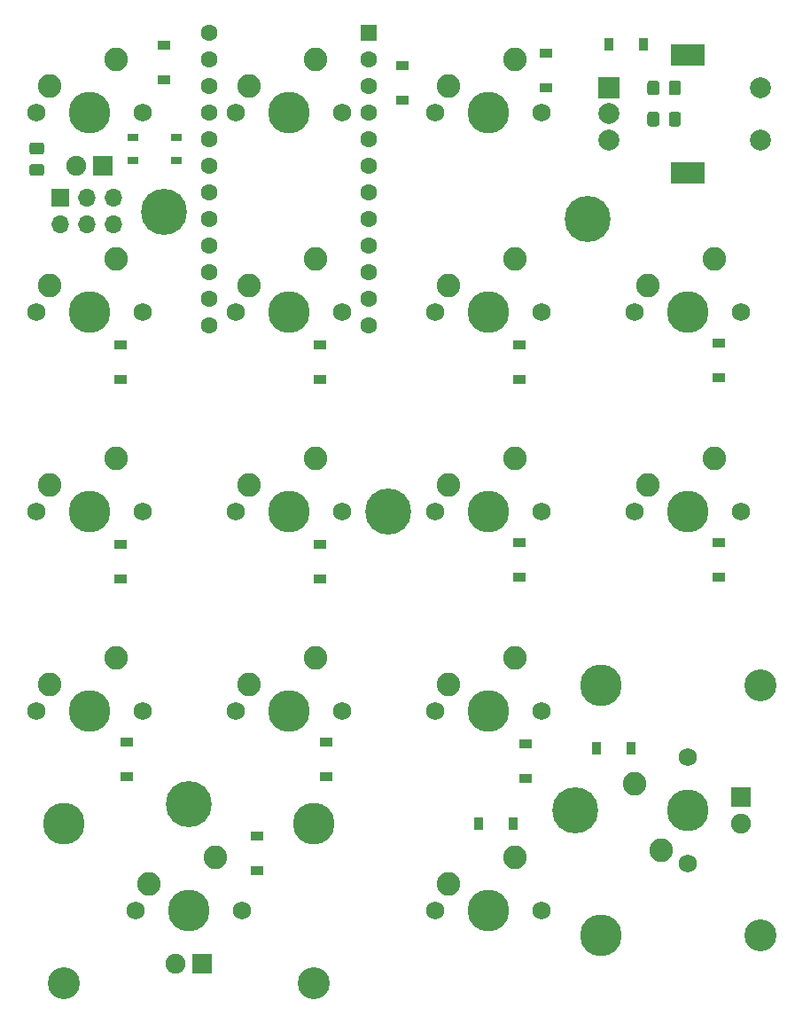
<source format=gbr>
%TF.GenerationSoftware,KiCad,Pcbnew,(5.1.7)-1*%
%TF.CreationDate,2020-12-04T00:36:09-08:00*%
%TF.ProjectId,dropout-microusb,64726f70-6f75-4742-9d6d-6963726f7573,rev?*%
%TF.SameCoordinates,Original*%
%TF.FileFunction,Soldermask,Bot*%
%TF.FilePolarity,Negative*%
%FSLAX46Y46*%
G04 Gerber Fmt 4.6, Leading zero omitted, Abs format (unit mm)*
G04 Created by KiCad (PCBNEW (5.1.7)-1) date 2020-12-04 00:36:09*
%MOMM*%
%LPD*%
G01*
G04 APERTURE LIST*
%ADD10O,1.700000X1.700000*%
%ADD11R,1.700000X1.700000*%
%ADD12R,1.200000X0.900000*%
%ADD13C,3.987800*%
%ADD14C,3.048000*%
%ADD15C,1.750000*%
%ADD16R,1.905000X1.905000*%
%ADD17C,1.905000*%
%ADD18C,2.250000*%
%ADD19C,1.600000*%
%ADD20R,1.600000X1.600000*%
%ADD21R,1.050000X0.650000*%
%ADD22R,2.000000X2.000000*%
%ADD23C,2.000000*%
%ADD24R,3.200000X2.000000*%
%ADD25C,4.400000*%
%ADD26R,0.900000X1.200000*%
G04 APERTURE END LIST*
%TO.C,C2*%
G36*
G01*
X157025162Y-57774627D02*
X157025162Y-56874625D01*
G75*
G02*
X157275161Y-56624626I249999J0D01*
G01*
X157925163Y-56624626D01*
G75*
G02*
X158175162Y-56874625I0J-249999D01*
G01*
X158175162Y-57774627D01*
G75*
G02*
X157925163Y-58024626I-249999J0D01*
G01*
X157275161Y-58024626D01*
G75*
G02*
X157025162Y-57774627I0J249999D01*
G01*
G37*
G36*
G01*
X154975162Y-57774627D02*
X154975162Y-56874625D01*
G75*
G02*
X155225161Y-56624626I249999J0D01*
G01*
X155875163Y-56624626D01*
G75*
G02*
X156125162Y-56874625I0J-249999D01*
G01*
X156125162Y-57774627D01*
G75*
G02*
X155875163Y-58024626I-249999J0D01*
G01*
X155225161Y-58024626D01*
G75*
G02*
X154975162Y-57774627I0J249999D01*
G01*
G37*
%TD*%
%TO.C,C1*%
G36*
G01*
X156125162Y-59851190D02*
X156125162Y-60751192D01*
G75*
G02*
X155875163Y-61001191I-249999J0D01*
G01*
X155225161Y-61001191D01*
G75*
G02*
X154975162Y-60751192I0J249999D01*
G01*
X154975162Y-59851190D01*
G75*
G02*
X155225161Y-59601191I249999J0D01*
G01*
X155875163Y-59601191D01*
G75*
G02*
X156125162Y-59851190I0J-249999D01*
G01*
G37*
G36*
G01*
X158175162Y-59851190D02*
X158175162Y-60751192D01*
G75*
G02*
X157925163Y-61001191I-249999J0D01*
G01*
X157275161Y-61001191D01*
G75*
G02*
X157025162Y-60751192I0J249999D01*
G01*
X157025162Y-59851190D01*
G75*
G02*
X157275161Y-59601191I249999J0D01*
G01*
X157925163Y-59601191D01*
G75*
G02*
X158175162Y-59851190I0J-249999D01*
G01*
G37*
%TD*%
D10*
%TO.C,J-ISP1*%
X104013000Y-70358000D03*
X104013000Y-67818000D03*
X101473000Y-70358000D03*
X101473000Y-67818000D03*
X98933000Y-70358000D03*
D11*
X98933000Y-67818000D03*
%TD*%
D12*
%TO.C,D2*%
X104631081Y-81837853D03*
X104631081Y-85137853D03*
%TD*%
D13*
%TO.C,K-ENT1*%
X150549508Y-114412405D03*
X150549508Y-138288405D03*
D14*
X165789508Y-114412405D03*
X165789508Y-138288405D03*
D15*
X158804508Y-121270405D03*
X158804508Y-131430405D03*
D16*
X163884508Y-125080405D03*
D17*
X163884508Y-127620405D03*
D18*
X156264508Y-130160405D03*
D13*
X158804508Y-126350405D03*
D18*
X153724508Y-123810405D03*
%TD*%
D13*
%TO.C,K-0*%
X123117508Y-127620405D03*
X99241508Y-127620405D03*
D14*
X123117508Y-142860405D03*
X99241508Y-142860405D03*
D15*
X116259508Y-135875405D03*
X106099508Y-135875405D03*
D16*
X112449508Y-140955405D03*
D17*
X109909508Y-140955405D03*
D18*
X107369508Y-133335405D03*
D13*
X111179508Y-135875405D03*
D18*
X113719508Y-130795405D03*
%TD*%
D19*
%TO.C,U1*%
X113084532Y-52055405D03*
X113084532Y-54595405D03*
X113084532Y-57135405D03*
X113084532Y-59675405D03*
X113084532Y-62215405D03*
X113084532Y-64755405D03*
X113084532Y-67295405D03*
X113084532Y-69835405D03*
X113084532Y-72375405D03*
X113084532Y-74915405D03*
X113084532Y-77455405D03*
X113084532Y-79995405D03*
X128324532Y-79995405D03*
X128324532Y-77455405D03*
X128324532Y-74915405D03*
X128324532Y-72375405D03*
X128324532Y-69835405D03*
X128324532Y-67295405D03*
X128324532Y-64755405D03*
X128324532Y-62215405D03*
X128324532Y-59675405D03*
X128324532Y-57135405D03*
X128324532Y-54595405D03*
D20*
X128324532Y-52055405D03*
%TD*%
D12*
%TO.C,D6*%
X131572016Y-55215252D03*
X131572016Y-58515252D03*
%TD*%
D21*
%TO.C,SW2*%
X109988898Y-62056585D03*
X105838898Y-62056585D03*
X109988898Y-64206585D03*
X105838898Y-64206585D03*
%TD*%
D22*
%TO.C,SW1*%
X151304508Y-57294155D03*
D23*
X151304508Y-59794155D03*
X151304508Y-62294155D03*
D24*
X158804508Y-54194155D03*
X158804508Y-65394155D03*
D23*
X165804508Y-57294155D03*
X165804508Y-62294155D03*
%TD*%
%TO.C,R1*%
G36*
G01*
X96196999Y-64576000D02*
X97097001Y-64576000D01*
G75*
G02*
X97347000Y-64825999I0J-249999D01*
G01*
X97347000Y-65476001D01*
G75*
G02*
X97097001Y-65726000I-249999J0D01*
G01*
X96196999Y-65726000D01*
G75*
G02*
X95947000Y-65476001I0J249999D01*
G01*
X95947000Y-64825999D01*
G75*
G02*
X96196999Y-64576000I249999J0D01*
G01*
G37*
G36*
G01*
X96196999Y-62526000D02*
X97097001Y-62526000D01*
G75*
G02*
X97347000Y-62775999I0J-249999D01*
G01*
X97347000Y-63426001D01*
G75*
G02*
X97097001Y-63676000I-249999J0D01*
G01*
X96196999Y-63676000D01*
G75*
G02*
X95947000Y-63426001I0J249999D01*
G01*
X95947000Y-62775999D01*
G75*
G02*
X96196999Y-62526000I249999J0D01*
G01*
G37*
%TD*%
D18*
%TO.C,K-STAR1*%
X142294508Y-54595405D03*
D13*
X139754508Y-59675405D03*
D18*
X135944508Y-57135405D03*
D15*
X134674508Y-59675405D03*
X144834508Y-59675405D03*
%TD*%
D18*
%TO.C,K-PLUS1*%
X161344508Y-92695405D03*
D13*
X158804508Y-97775405D03*
D18*
X154994508Y-95235405D03*
D15*
X153724508Y-97775405D03*
X163884508Y-97775405D03*
%TD*%
%TO.C,K-NUM1*%
X106734508Y-59675405D03*
X96574508Y-59675405D03*
D16*
X102924508Y-64755405D03*
D17*
X100384508Y-64755405D03*
D18*
X97844508Y-57135405D03*
D13*
X101654508Y-59675405D03*
D18*
X104194508Y-54595405D03*
%TD*%
%TO.C,K-MIN1*%
X161344508Y-73645405D03*
D13*
X158804508Y-78725405D03*
D18*
X154994508Y-76185405D03*
D15*
X153724508Y-78725405D03*
X163884508Y-78725405D03*
%TD*%
D18*
%TO.C,K-DEL1*%
X142294508Y-130795405D03*
D13*
X139754508Y-135875405D03*
D18*
X135944508Y-133335405D03*
D15*
X134674508Y-135875405D03*
X144834508Y-135875405D03*
%TD*%
D18*
%TO.C,K-/1*%
X123244508Y-54595405D03*
D13*
X120704508Y-59675405D03*
D18*
X116894508Y-57135405D03*
D15*
X115624508Y-59675405D03*
X125784508Y-59675405D03*
%TD*%
D18*
%TO.C,K-9*%
X142294508Y-73645405D03*
D13*
X139754508Y-78725405D03*
D18*
X135944508Y-76185405D03*
D15*
X134674508Y-78725405D03*
X144834508Y-78725405D03*
%TD*%
D18*
%TO.C,K-8*%
X123244508Y-73645405D03*
D13*
X120704508Y-78725405D03*
D18*
X116894508Y-76185405D03*
D15*
X115624508Y-78725405D03*
X125784508Y-78725405D03*
%TD*%
D18*
%TO.C,K-7*%
X104194508Y-73645405D03*
D13*
X101654508Y-78725405D03*
D18*
X97844508Y-76185405D03*
D15*
X96574508Y-78725405D03*
X106734508Y-78725405D03*
%TD*%
D18*
%TO.C,K-6*%
X142294508Y-92695405D03*
D13*
X139754508Y-97775405D03*
D18*
X135944508Y-95235405D03*
D15*
X134674508Y-97775405D03*
X144834508Y-97775405D03*
%TD*%
D18*
%TO.C,K-5*%
X123244508Y-92695405D03*
D13*
X120704508Y-97775405D03*
D18*
X116894508Y-95235405D03*
D15*
X115624508Y-97775405D03*
X125784508Y-97775405D03*
%TD*%
D18*
%TO.C,K-4*%
X104194508Y-92695405D03*
D13*
X101654508Y-97775405D03*
D18*
X97844508Y-95235405D03*
D15*
X96574508Y-97775405D03*
X106734508Y-97775405D03*
%TD*%
D18*
%TO.C,K-1*%
X104194516Y-111745381D03*
D13*
X101654516Y-116825381D03*
D18*
X97844516Y-114285381D03*
D15*
X96574516Y-116825381D03*
X106734516Y-116825381D03*
%TD*%
D18*
%TO.C,K-2*%
X123244508Y-111745405D03*
D13*
X120704508Y-116825405D03*
D18*
X116894508Y-114285405D03*
D15*
X115624508Y-116825405D03*
X125784508Y-116825405D03*
%TD*%
D18*
%TO.C,K-3*%
X142294548Y-111745381D03*
D13*
X139754548Y-116825381D03*
D18*
X135944548Y-114285381D03*
D15*
X134674548Y-116825381D03*
X144834548Y-116825381D03*
%TD*%
D25*
%TO.C,H5*%
X108798272Y-69200341D03*
%TD*%
%TO.C,H4*%
X148088930Y-126350389D03*
%TD*%
%TO.C,H3*%
X130229540Y-97775365D03*
%TD*%
%TO.C,H2*%
X149279556Y-69826199D03*
%TD*%
%TO.C,H1*%
X111179524Y-125755076D03*
%TD*%
D26*
%TO.C,D18*%
X153446747Y-120397259D03*
X150146747Y-120397259D03*
%TD*%
D12*
%TO.C,D17*%
X161781129Y-100751930D03*
X161781129Y-104051930D03*
%TD*%
%TO.C,D16*%
X161781129Y-81701914D03*
X161781129Y-85001914D03*
%TD*%
D26*
%TO.C,D15*%
X154637373Y-53126890D03*
X151337373Y-53126890D03*
%TD*%
%TO.C,D14*%
X142135800Y-127541015D03*
X138835800Y-127541015D03*
%TD*%
D12*
%TO.C,D13*%
X143326426Y-119937885D03*
X143326426Y-123237885D03*
%TD*%
%TO.C,D12*%
X142731113Y-100751930D03*
X142731113Y-104051930D03*
%TD*%
%TO.C,D11*%
X142731113Y-81837853D03*
X142731113Y-85137853D03*
%TD*%
%TO.C,D10*%
X145264215Y-54024626D03*
X145264215Y-57324626D03*
%TD*%
%TO.C,D9*%
X124276410Y-119801946D03*
X124276410Y-123101946D03*
%TD*%
%TO.C,D8*%
X123681097Y-100887869D03*
X123681097Y-104187869D03*
%TD*%
%TO.C,D7*%
X123681097Y-81837853D03*
X123681097Y-85137853D03*
%TD*%
%TO.C,D5*%
X117727967Y-132031641D03*
X117727967Y-128731641D03*
%TD*%
%TO.C,D4*%
X105226394Y-119801946D03*
X105226394Y-123101946D03*
%TD*%
%TO.C,D3*%
X104631081Y-100887869D03*
X104631081Y-104187869D03*
%TD*%
%TO.C,D1*%
X108798272Y-53262829D03*
X108798272Y-56562829D03*
%TD*%
M02*

</source>
